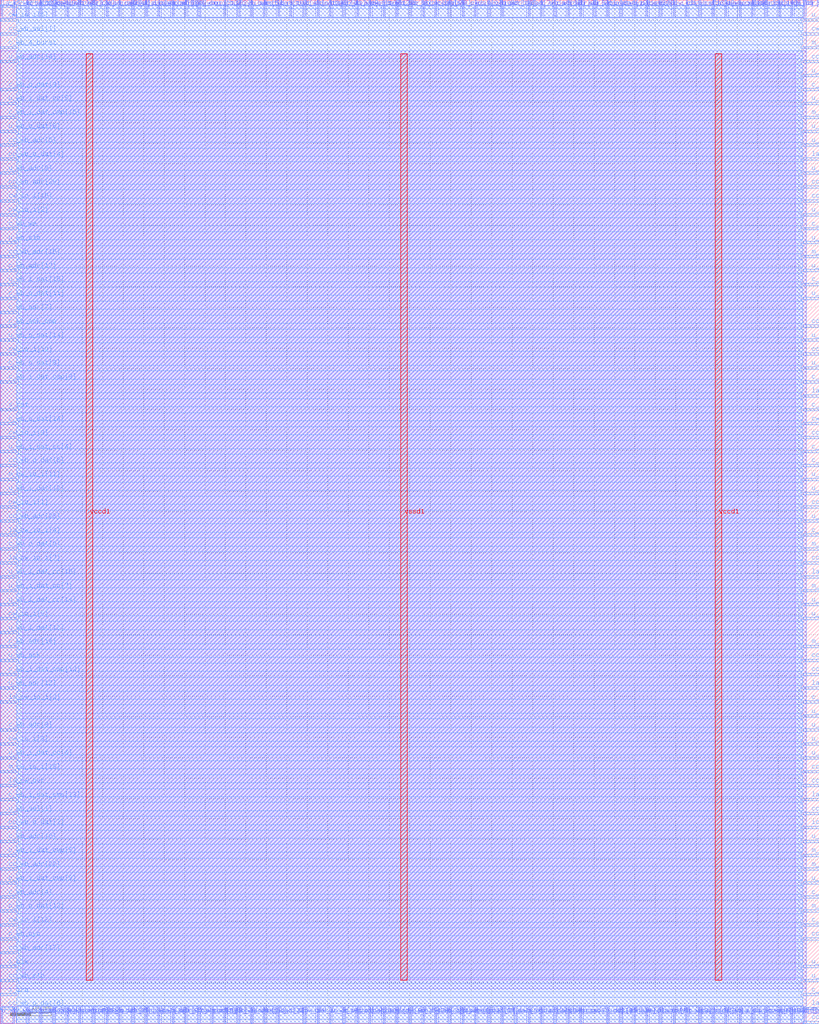
<source format=lef>
VERSION 5.7 ;
  NOWIREEXTENSIONATPIN ON ;
  DIVIDERCHAR "/" ;
  BUSBITCHARS "[]" ;
MACRO top_cw_logic
  CLASS BLOCK ;
  FOREIGN top_cw_logic ;
  ORIGIN 0.000 0.000 ;
  SIZE 200.000 BY 250.000 ;
  PIN c_wb_4_burst
    DIRECTION OUTPUT TRISTATE ;
    USE SIGNAL ;
    PORT
      LAYER met3 ;
        RECT 0.000 238.040 4.000 238.640 ;
    END
  END c_wb_4_burst
  PIN c_wb_8_burst
    DIRECTION OUTPUT TRISTATE ;
    USE SIGNAL ;
    PORT
      LAYER met2 ;
        RECT 193.290 0.000 193.570 4.000 ;
    END
  END c_wb_8_burst
  PIN c_wb_ack_cmp
    DIRECTION INPUT ;
    USE SIGNAL ;
    PORT
      LAYER met3 ;
        RECT 0.000 170.040 4.000 170.640 ;
    END
  END c_wb_ack_cmp
  PIN c_wb_adr[0]
    DIRECTION OUTPUT TRISTATE ;
    USE SIGNAL ;
    PORT
      LAYER met2 ;
        RECT 25.850 0.000 26.130 4.000 ;
    END
  END c_wb_adr[0]
  PIN c_wb_adr[10]
    DIRECTION OUTPUT TRISTATE ;
    USE SIGNAL ;
    PORT
      LAYER met3 ;
        RECT 0.000 44.240 4.000 44.840 ;
    END
  END c_wb_adr[10]
  PIN c_wb_adr[11]
    DIRECTION OUTPUT TRISTATE ;
    USE SIGNAL ;
    PORT
      LAYER met2 ;
        RECT 48.390 0.000 48.670 4.000 ;
    END
  END c_wb_adr[11]
  PIN c_wb_adr[12]
    DIRECTION OUTPUT TRISTATE ;
    USE SIGNAL ;
    PORT
      LAYER met3 ;
        RECT 196.000 136.040 200.000 136.640 ;
    END
  END c_wb_adr[12]
  PIN c_wb_adr[13]
    DIRECTION OUTPUT TRISTATE ;
    USE SIGNAL ;
    PORT
      LAYER met2 ;
        RECT 77.370 246.000 77.650 250.000 ;
    END
  END c_wb_adr[13]
  PIN c_wb_adr[14]
    DIRECTION OUTPUT TRISTATE ;
    USE SIGNAL ;
    PORT
      LAYER met3 ;
        RECT 0.000 91.840 4.000 92.440 ;
    END
  END c_wb_adr[14]
  PIN c_wb_adr[15]
    DIRECTION OUTPUT TRISTATE ;
    USE SIGNAL ;
    PORT
      LAYER met3 ;
        RECT 196.000 78.240 200.000 78.840 ;
    END
  END c_wb_adr[15]
  PIN c_wb_adr[16]
    DIRECTION OUTPUT TRISTATE ;
    USE SIGNAL ;
    PORT
      LAYER met2 ;
        RECT 167.530 0.000 167.810 4.000 ;
    END
  END c_wb_adr[16]
  PIN c_wb_adr[17]
    DIRECTION OUTPUT TRISTATE ;
    USE SIGNAL ;
    PORT
      LAYER met3 ;
        RECT 0.000 183.640 4.000 184.240 ;
    END
  END c_wb_adr[17]
  PIN c_wb_adr[18]
    DIRECTION OUTPUT TRISTATE ;
    USE SIGNAL ;
    PORT
      LAYER met3 ;
        RECT 0.000 248.240 4.000 248.840 ;
    END
  END c_wb_adr[18]
  PIN c_wb_adr[19]
    DIRECTION OUTPUT TRISTATE ;
    USE SIGNAL ;
    PORT
      LAYER met2 ;
        RECT 38.730 246.000 39.010 250.000 ;
    END
  END c_wb_adr[19]
  PIN c_wb_adr[1]
    DIRECTION OUTPUT TRISTATE ;
    USE SIGNAL ;
    PORT
      LAYER met3 ;
        RECT 196.000 180.240 200.000 180.840 ;
    END
  END c_wb_adr[1]
  PIN c_wb_adr[20]
    DIRECTION OUTPUT TRISTATE ;
    USE SIGNAL ;
    PORT
      LAYER met2 ;
        RECT 138.550 246.000 138.830 250.000 ;
    END
  END c_wb_adr[20]
  PIN c_wb_adr[21]
    DIRECTION OUTPUT TRISTATE ;
    USE SIGNAL ;
    PORT
      LAYER met3 ;
        RECT 196.000 149.640 200.000 150.240 ;
    END
  END c_wb_adr[21]
  PIN c_wb_adr[22]
    DIRECTION OUTPUT TRISTATE ;
    USE SIGNAL ;
    PORT
      LAYER met3 ;
        RECT 196.000 139.440 200.000 140.040 ;
    END
  END c_wb_adr[22]
  PIN c_wb_adr[23]
    DIRECTION OUTPUT TRISTATE ;
    USE SIGNAL ;
    PORT
      LAYER met3 ;
        RECT 196.000 30.640 200.000 31.240 ;
    END
  END c_wb_adr[23]
  PIN c_wb_adr[2]
    DIRECTION OUTPUT TRISTATE ;
    USE SIGNAL ;
    PORT
      LAYER met2 ;
        RECT 51.610 0.000 51.890 4.000 ;
    END
  END c_wb_adr[2]
  PIN c_wb_adr[3]
    DIRECTION OUTPUT TRISTATE ;
    USE SIGNAL ;
    PORT
      LAYER met2 ;
        RECT 135.330 246.000 135.610 250.000 ;
    END
  END c_wb_adr[3]
  PIN c_wb_adr[4]
    DIRECTION OUTPUT TRISTATE ;
    USE SIGNAL ;
    PORT
      LAYER met3 ;
        RECT 0.000 30.640 4.000 31.240 ;
    END
  END c_wb_adr[4]
  PIN c_wb_adr[5]
    DIRECTION OUTPUT TRISTATE ;
    USE SIGNAL ;
    PORT
      LAYER met2 ;
        RECT 132.110 246.000 132.390 250.000 ;
    END
  END c_wb_adr[5]
  PIN c_wb_adr[6]
    DIRECTION OUTPUT TRISTATE ;
    USE SIGNAL ;
    PORT
      LAYER met2 ;
        RECT 151.430 0.000 151.710 4.000 ;
    END
  END c_wb_adr[6]
  PIN c_wb_adr[7]
    DIRECTION OUTPUT TRISTATE ;
    USE SIGNAL ;
    PORT
      LAYER met3 ;
        RECT 0.000 173.440 4.000 174.040 ;
    END
  END c_wb_adr[7]
  PIN c_wb_adr[8]
    DIRECTION OUTPUT TRISTATE ;
    USE SIGNAL ;
    PORT
      LAYER met3 ;
        RECT 0.000 71.440 4.000 72.040 ;
    END
  END c_wb_adr[8]
  PIN c_wb_adr[9]
    DIRECTION OUTPUT TRISTATE ;
    USE SIGNAL ;
    PORT
      LAYER met3 ;
        RECT 196.000 119.040 200.000 119.640 ;
    END
  END c_wb_adr[9]
  PIN c_wb_cyc
    DIRECTION OUTPUT TRISTATE ;
    USE SIGNAL ;
    PORT
      LAYER met3 ;
        RECT 0.000 20.440 4.000 21.040 ;
    END
  END c_wb_cyc
  PIN c_wb_err_cmp
    DIRECTION INPUT ;
    USE SIGNAL ;
    PORT
      LAYER met2 ;
        RECT 41.950 246.000 42.230 250.000 ;
    END
  END c_wb_err_cmp
  PIN c_wb_i_dat_cmp[0]
    DIRECTION INPUT ;
    USE SIGNAL ;
    PORT
      LAYER met2 ;
        RECT 87.030 0.000 87.310 4.000 ;
    END
  END c_wb_i_dat_cmp[0]
  PIN c_wb_i_dat_cmp[10]
    DIRECTION INPUT ;
    USE SIGNAL ;
    PORT
      LAYER met2 ;
        RECT 177.190 246.000 177.470 250.000 ;
    END
  END c_wb_i_dat_cmp[10]
  PIN c_wb_i_dat_cmp[11]
    DIRECTION INPUT ;
    USE SIGNAL ;
    PORT
      LAYER met3 ;
        RECT 196.000 227.840 200.000 228.440 ;
    END
  END c_wb_i_dat_cmp[11]
  PIN c_wb_i_dat_cmp[12]
    DIRECTION INPUT ;
    USE SIGNAL ;
    PORT
      LAYER met3 ;
        RECT 0.000 85.040 4.000 85.640 ;
    END
  END c_wb_i_dat_cmp[12]
  PIN c_wb_i_dat_cmp[13]
    DIRECTION INPUT ;
    USE SIGNAL ;
    PORT
      LAYER met3 ;
        RECT 0.000 54.440 4.000 55.040 ;
    END
  END c_wb_i_dat_cmp[13]
  PIN c_wb_i_dat_cmp[14]
    DIRECTION INPUT ;
    USE SIGNAL ;
    PORT
      LAYER met2 ;
        RECT 32.290 246.000 32.570 250.000 ;
    END
  END c_wb_i_dat_cmp[14]
  PIN c_wb_i_dat_cmp[15]
    DIRECTION INPUT ;
    USE SIGNAL ;
    PORT
      LAYER met3 ;
        RECT 0.000 221.040 4.000 221.640 ;
    END
  END c_wb_i_dat_cmp[15]
  PIN c_wb_i_dat_cmp[1]
    DIRECTION INPUT ;
    USE SIGNAL ;
    PORT
      LAYER met2 ;
        RECT 106.350 0.000 106.630 4.000 ;
    END
  END c_wb_i_dat_cmp[1]
  PIN c_wb_i_dat_cmp[2]
    DIRECTION INPUT ;
    USE SIGNAL ;
    PORT
      LAYER met3 ;
        RECT 196.000 156.440 200.000 157.040 ;
    END
  END c_wb_i_dat_cmp[2]
  PIN c_wb_i_dat_cmp[3]
    DIRECTION INPUT ;
    USE SIGNAL ;
    PORT
      LAYER met2 ;
        RECT 177.190 0.000 177.470 4.000 ;
    END
  END c_wb_i_dat_cmp[3]
  PIN c_wb_i_dat_cmp[4]
    DIRECTION INPUT ;
    USE SIGNAL ;
    PORT
      LAYER met2 ;
        RECT 19.410 246.000 19.690 250.000 ;
    END
  END c_wb_i_dat_cmp[4]
  PIN c_wb_i_dat_cmp[5]
    DIRECTION INPUT ;
    USE SIGNAL ;
    PORT
      LAYER met3 ;
        RECT 0.000 40.840 4.000 41.440 ;
    END
  END c_wb_i_dat_cmp[5]
  PIN c_wb_i_dat_cmp[6]
    DIRECTION INPUT ;
    USE SIGNAL ;
    PORT
      LAYER met2 ;
        RECT 9.750 0.000 10.030 4.000 ;
    END
  END c_wb_i_dat_cmp[6]
  PIN c_wb_i_dat_cmp[7]
    DIRECTION INPUT ;
    USE SIGNAL ;
    PORT
      LAYER met2 ;
        RECT 132.110 0.000 132.390 4.000 ;
    END
  END c_wb_i_dat_cmp[7]
  PIN c_wb_i_dat_cmp[8]
    DIRECTION INPUT ;
    USE SIGNAL ;
    PORT
      LAYER met3 ;
        RECT 0.000 156.440 4.000 157.040 ;
    END
  END c_wb_i_dat_cmp[8]
  PIN c_wb_i_dat_cmp[9]
    DIRECTION INPUT ;
    USE SIGNAL ;
    PORT
      LAYER met3 ;
        RECT 0.000 34.040 4.000 34.640 ;
    END
  END c_wb_i_dat_cmp[9]
  PIN c_wb_o_dat[0]
    DIRECTION OUTPUT TRISTATE ;
    USE SIGNAL ;
    PORT
      LAYER met3 ;
        RECT 0.000 115.640 4.000 116.240 ;
    END
  END c_wb_o_dat[0]
  PIN c_wb_o_dat[10]
    DIRECTION OUTPUT TRISTATE ;
    USE SIGNAL ;
    PORT
      LAYER met2 ;
        RECT 83.810 0.000 84.090 4.000 ;
    END
  END c_wb_o_dat[10]
  PIN c_wb_o_dat[11]
    DIRECTION OUTPUT TRISTATE ;
    USE SIGNAL ;
    PORT
      LAYER met3 ;
        RECT 0.000 176.840 4.000 177.440 ;
    END
  END c_wb_o_dat[11]
  PIN c_wb_o_dat[12]
    DIRECTION OUTPUT TRISTATE ;
    USE SIGNAL ;
    PORT
      LAYER met2 ;
        RECT 87.030 246.000 87.310 250.000 ;
    END
  END c_wb_o_dat[12]
  PIN c_wb_o_dat[13]
    DIRECTION OUTPUT TRISTATE ;
    USE SIGNAL ;
    PORT
      LAYER met3 ;
        RECT 0.000 27.240 4.000 27.840 ;
    END
  END c_wb_o_dat[13]
  PIN c_wb_o_dat[14]
    DIRECTION OUTPUT TRISTATE ;
    USE SIGNAL ;
    PORT
      LAYER met3 ;
        RECT 0.000 146.240 4.000 146.840 ;
    END
  END c_wb_o_dat[14]
  PIN c_wb_o_dat[15]
    DIRECTION OUTPUT TRISTATE ;
    USE SIGNAL ;
    PORT
      LAYER met3 ;
        RECT 196.000 23.840 200.000 24.440 ;
    END
  END c_wb_o_dat[15]
  PIN c_wb_o_dat[1]
    DIRECTION OUTPUT TRISTATE ;
    USE SIGNAL ;
    PORT
      LAYER met2 ;
        RECT 151.430 246.000 151.710 250.000 ;
    END
  END c_wb_o_dat[1]
  PIN c_wb_o_dat[2]
    DIRECTION OUTPUT TRISTATE ;
    USE SIGNAL ;
    PORT
      LAYER met2 ;
        RECT 186.850 0.000 187.130 4.000 ;
    END
  END c_wb_o_dat[2]
  PIN c_wb_o_dat[3]
    DIRECTION OUTPUT TRISTATE ;
    USE SIGNAL ;
    PORT
      LAYER met2 ;
        RECT 48.390 246.000 48.670 250.000 ;
    END
  END c_wb_o_dat[3]
  PIN c_wb_o_dat[4]
    DIRECTION OUTPUT TRISTATE ;
    USE SIGNAL ;
    PORT
      LAYER met2 ;
        RECT 3.310 246.000 3.590 250.000 ;
    END
  END c_wb_o_dat[4]
  PIN c_wb_o_dat[5]
    DIRECTION OUTPUT TRISTATE ;
    USE SIGNAL ;
    PORT
      LAYER met3 ;
        RECT 196.000 6.840 200.000 7.440 ;
    END
  END c_wb_o_dat[5]
  PIN c_wb_o_dat[6]
    DIRECTION OUTPUT TRISTATE ;
    USE SIGNAL ;
    PORT
      LAYER met2 ;
        RECT 119.230 0.000 119.510 4.000 ;
    END
  END c_wb_o_dat[6]
  PIN c_wb_o_dat[7]
    DIRECTION OUTPUT TRISTATE ;
    USE SIGNAL ;
    PORT
      LAYER met2 ;
        RECT 74.150 246.000 74.430 250.000 ;
    END
  END c_wb_o_dat[7]
  PIN c_wb_o_dat[8]
    DIRECTION OUTPUT TRISTATE ;
    USE SIGNAL ;
    PORT
      LAYER met3 ;
        RECT 0.000 159.840 4.000 160.440 ;
    END
  END c_wb_o_dat[8]
  PIN c_wb_o_dat[9]
    DIRECTION OUTPUT TRISTATE ;
    USE SIGNAL ;
    PORT
      LAYER met3 ;
        RECT 0.000 227.840 4.000 228.440 ;
    END
  END c_wb_o_dat[9]
  PIN c_wb_sel[0]
    DIRECTION OUTPUT TRISTATE ;
    USE SIGNAL ;
    PORT
      LAYER met2 ;
        RECT 154.650 246.000 154.930 250.000 ;
    END
  END c_wb_sel[0]
  PIN c_wb_sel[1]
    DIRECTION OUTPUT TRISTATE ;
    USE SIGNAL ;
    PORT
      LAYER met2 ;
        RECT 90.250 0.000 90.530 4.000 ;
    END
  END c_wb_sel[1]
  PIN c_wb_stb
    DIRECTION OUTPUT TRISTATE ;
    USE SIGNAL ;
    PORT
      LAYER met3 ;
        RECT 196.000 193.840 200.000 194.440 ;
    END
  END c_wb_stb
  PIN c_wb_we
    DIRECTION OUTPUT TRISTATE ;
    USE SIGNAL ;
    PORT
      LAYER met3 ;
        RECT 0.000 193.840 4.000 194.440 ;
    END
  END c_wb_we
  PIN cc_wb_4_burst
    DIRECTION INPUT ;
    USE SIGNAL ;
    PORT
      LAYER met3 ;
        RECT 196.000 112.240 200.000 112.840 ;
    END
  END cc_wb_4_burst
  PIN cc_wb_8_burst
    DIRECTION INPUT ;
    USE SIGNAL ;
    PORT
      LAYER met2 ;
        RECT 54.830 246.000 55.110 250.000 ;
    END
  END cc_wb_8_burst
  PIN cc_wb_adr[0]
    DIRECTION INPUT ;
    USE SIGNAL ;
    PORT
      LAYER met2 ;
        RECT 190.070 246.000 190.350 250.000 ;
    END
  END cc_wb_adr[0]
  PIN cc_wb_adr[10]
    DIRECTION INPUT ;
    USE SIGNAL ;
    PORT
      LAYER met2 ;
        RECT 9.750 246.000 10.030 250.000 ;
    END
  END cc_wb_adr[10]
  PIN cc_wb_adr[11]
    DIRECTION INPUT ;
    USE SIGNAL ;
    PORT
      LAYER met3 ;
        RECT 196.000 142.840 200.000 143.440 ;
    END
  END cc_wb_adr[11]
  PIN cc_wb_adr[12]
    DIRECTION INPUT ;
    USE SIGNAL ;
    PORT
      LAYER met2 ;
        RECT 70.930 246.000 71.210 250.000 ;
    END
  END cc_wb_adr[12]
  PIN cc_wb_adr[13]
    DIRECTION INPUT ;
    USE SIGNAL ;
    PORT
      LAYER met3 ;
        RECT 196.000 61.240 200.000 61.840 ;
    END
  END cc_wb_adr[13]
  PIN cc_wb_adr[14]
    DIRECTION INPUT ;
    USE SIGNAL ;
    PORT
      LAYER met2 ;
        RECT 54.830 0.000 55.110 4.000 ;
    END
  END cc_wb_adr[14]
  PIN cc_wb_adr[15]
    DIRECTION INPUT ;
    USE SIGNAL ;
    PORT
      LAYER met3 ;
        RECT 0.000 187.040 4.000 187.640 ;
    END
  END cc_wb_adr[15]
  PIN cc_wb_adr[16]
    DIRECTION INPUT ;
    USE SIGNAL ;
    PORT
      LAYER met3 ;
        RECT 196.000 88.440 200.000 89.040 ;
    END
  END cc_wb_adr[16]
  PIN cc_wb_adr[17]
    DIRECTION INPUT ;
    USE SIGNAL ;
    PORT
      LAYER met3 ;
        RECT 0.000 17.040 4.000 17.640 ;
    END
  END cc_wb_adr[17]
  PIN cc_wb_adr[18]
    DIRECTION INPUT ;
    USE SIGNAL ;
    PORT
      LAYER met3 ;
        RECT 196.000 20.440 200.000 21.040 ;
    END
  END cc_wb_adr[18]
  PIN cc_wb_adr[19]
    DIRECTION INPUT ;
    USE SIGNAL ;
    PORT
      LAYER met2 ;
        RECT 183.630 0.000 183.910 4.000 ;
    END
  END cc_wb_adr[19]
  PIN cc_wb_adr[1]
    DIRECTION INPUT ;
    USE SIGNAL ;
    PORT
      LAYER met3 ;
        RECT 196.000 57.840 200.000 58.440 ;
    END
  END cc_wb_adr[1]
  PIN cc_wb_adr[20]
    DIRECTION INPUT ;
    USE SIGNAL ;
    PORT
      LAYER met3 ;
        RECT 0.000 204.040 4.000 204.640 ;
    END
  END cc_wb_adr[20]
  PIN cc_wb_adr[21]
    DIRECTION INPUT ;
    USE SIGNAL ;
    PORT
      LAYER met3 ;
        RECT 196.000 125.840 200.000 126.440 ;
    END
  END cc_wb_adr[21]
  PIN cc_wb_adr[22]
    DIRECTION INPUT ;
    USE SIGNAL ;
    PORT
      LAYER met3 ;
        RECT 0.000 37.440 4.000 38.040 ;
    END
  END cc_wb_adr[22]
  PIN cc_wb_adr[23]
    DIRECTION INPUT ;
    USE SIGNAL ;
    PORT
      LAYER met3 ;
        RECT 0.000 122.440 4.000 123.040 ;
    END
  END cc_wb_adr[23]
  PIN cc_wb_adr[2]
    DIRECTION INPUT ;
    USE SIGNAL ;
    PORT
      LAYER met3 ;
        RECT 196.000 51.040 200.000 51.640 ;
    END
  END cc_wb_adr[2]
  PIN cc_wb_adr[3]
    DIRECTION INPUT ;
    USE SIGNAL ;
    PORT
      LAYER met3 ;
        RECT 196.000 204.040 200.000 204.640 ;
    END
  END cc_wb_adr[3]
  PIN cc_wb_adr[4]
    DIRECTION INPUT ;
    USE SIGNAL ;
    PORT
      LAYER met2 ;
        RECT 167.530 246.000 167.810 250.000 ;
    END
  END cc_wb_adr[4]
  PIN cc_wb_adr[5]
    DIRECTION INPUT ;
    USE SIGNAL ;
    PORT
      LAYER met3 ;
        RECT 0.000 214.240 4.000 214.840 ;
    END
  END cc_wb_adr[5]
  PIN cc_wb_adr[6]
    DIRECTION INPUT ;
    USE SIGNAL ;
    PORT
      LAYER met3 ;
        RECT 196.000 163.240 200.000 163.840 ;
    END
  END cc_wb_adr[6]
  PIN cc_wb_adr[7]
    DIRECTION INPUT ;
    USE SIGNAL ;
    PORT
      LAYER met2 ;
        RECT 196.510 0.000 196.790 4.000 ;
    END
  END cc_wb_adr[7]
  PIN cc_wb_adr[8]
    DIRECTION INPUT ;
    USE SIGNAL ;
    PORT
      LAYER met2 ;
        RECT 93.470 246.000 93.750 250.000 ;
    END
  END cc_wb_adr[8]
  PIN cc_wb_adr[9]
    DIRECTION INPUT ;
    USE SIGNAL ;
    PORT
      LAYER met3 ;
        RECT 196.000 0.040 200.000 0.640 ;
    END
  END cc_wb_adr[9]
  PIN cc_wb_cyc
    DIRECTION INPUT ;
    USE SIGNAL ;
    PORT
      LAYER met2 ;
        RECT 148.210 246.000 148.490 250.000 ;
    END
  END cc_wb_cyc
  PIN cc_wb_o_dat[0]
    DIRECTION INPUT ;
    USE SIGNAL ;
    PORT
      LAYER met3 ;
        RECT 196.000 200.640 200.000 201.240 ;
    END
  END cc_wb_o_dat[0]
  PIN cc_wb_o_dat[10]
    DIRECTION INPUT ;
    USE SIGNAL ;
    PORT
      LAYER met2 ;
        RECT 96.690 246.000 96.970 250.000 ;
    END
  END cc_wb_o_dat[10]
  PIN cc_wb_o_dat[11]
    DIRECTION INPUT ;
    USE SIGNAL ;
    PORT
      LAYER met2 ;
        RECT 29.070 246.000 29.350 250.000 ;
    END
  END cc_wb_o_dat[11]
  PIN cc_wb_o_dat[12]
    DIRECTION INPUT ;
    USE SIGNAL ;
    PORT
      LAYER met2 ;
        RECT 64.490 246.000 64.770 250.000 ;
    END
  END cc_wb_o_dat[12]
  PIN cc_wb_o_dat[13]
    DIRECTION INPUT ;
    USE SIGNAL ;
    PORT
      LAYER met2 ;
        RECT 141.770 0.000 142.050 4.000 ;
    END
  END cc_wb_o_dat[13]
  PIN cc_wb_o_dat[14]
    DIRECTION INPUT ;
    USE SIGNAL ;
    PORT
      LAYER met2 ;
        RECT 116.010 246.000 116.290 250.000 ;
    END
  END cc_wb_o_dat[14]
  PIN cc_wb_o_dat[15]
    DIRECTION INPUT ;
    USE SIGNAL ;
    PORT
      LAYER met3 ;
        RECT 196.000 85.040 200.000 85.640 ;
    END
  END cc_wb_o_dat[15]
  PIN cc_wb_o_dat[1]
    DIRECTION INPUT ;
    USE SIGNAL ;
    PORT
      LAYER met3 ;
        RECT 196.000 170.040 200.000 170.640 ;
    END
  END cc_wb_o_dat[1]
  PIN cc_wb_o_dat[2]
    DIRECTION INPUT ;
    USE SIGNAL ;
    PORT
      LAYER met3 ;
        RECT 0.000 47.640 4.000 48.240 ;
    END
  END cc_wb_o_dat[2]
  PIN cc_wb_o_dat[3]
    DIRECTION INPUT ;
    USE SIGNAL ;
    PORT
      LAYER met2 ;
        RECT 35.510 0.000 35.790 4.000 ;
    END
  END cc_wb_o_dat[3]
  PIN cc_wb_o_dat[4]
    DIRECTION INPUT ;
    USE SIGNAL ;
    PORT
      LAYER met3 ;
        RECT 0.000 210.840 4.000 211.440 ;
    END
  END cc_wb_o_dat[4]
  PIN cc_wb_o_dat[5]
    DIRECTION INPUT ;
    USE SIGNAL ;
    PORT
      LAYER met3 ;
        RECT 196.000 234.640 200.000 235.240 ;
    END
  END cc_wb_o_dat[5]
  PIN cc_wb_o_dat[6]
    DIRECTION INPUT ;
    USE SIGNAL ;
    PORT
      LAYER met3 ;
        RECT 0.000 3.440 4.000 4.040 ;
    END
  END cc_wb_o_dat[6]
  PIN cc_wb_o_dat[7]
    DIRECTION INPUT ;
    USE SIGNAL ;
    PORT
      LAYER met2 ;
        RECT 22.630 0.000 22.910 4.000 ;
    END
  END cc_wb_o_dat[7]
  PIN cc_wb_o_dat[8]
    DIRECTION INPUT ;
    USE SIGNAL ;
    PORT
      LAYER met3 ;
        RECT 0.000 136.040 4.000 136.640 ;
    END
  END cc_wb_o_dat[8]
  PIN cc_wb_o_dat[9]
    DIRECTION INPUT ;
    USE SIGNAL ;
    PORT
      LAYER met2 ;
        RECT 99.910 246.000 100.190 250.000 ;
    END
  END cc_wb_o_dat[9]
  PIN cc_wb_sel[0]
    DIRECTION INPUT ;
    USE SIGNAL ;
    PORT
      LAYER met2 ;
        RECT 80.590 246.000 80.870 250.000 ;
    END
  END cc_wb_sel[0]
  PIN cc_wb_sel[1]
    DIRECTION INPUT ;
    USE SIGNAL ;
    PORT
      LAYER met3 ;
        RECT 0.000 241.440 4.000 242.040 ;
    END
  END cc_wb_sel[1]
  PIN cc_wb_stb
    DIRECTION INPUT ;
    USE SIGNAL ;
    PORT
      LAYER met3 ;
        RECT 0.000 10.240 4.000 10.840 ;
    END
  END cc_wb_stb
  PIN cc_wb_we
    DIRECTION INPUT ;
    USE SIGNAL ;
    PORT
      LAYER met2 ;
        RECT 196.510 246.000 196.790 250.000 ;
    END
  END cc_wb_we
  PIN cw_ack
    DIRECTION INPUT ;
    USE SIGNAL ;
    PORT
      LAYER met2 ;
        RECT 74.150 0.000 74.430 4.000 ;
    END
  END cw_ack
  PIN cw_clk
    DIRECTION INPUT ;
    USE SIGNAL ;
    PORT
      LAYER met2 ;
        RECT 164.310 246.000 164.590 250.000 ;
    END
  END cw_clk
  PIN cw_err
    DIRECTION INPUT ;
    USE SIGNAL ;
    PORT
      LAYER met2 ;
        RECT 106.350 246.000 106.630 250.000 ;
    END
  END cw_err
  PIN cw_io_i[0]
    DIRECTION INPUT ;
    USE SIGNAL ;
    PORT
      LAYER met3 ;
        RECT 0.000 98.640 4.000 99.240 ;
    END
  END cw_io_i[0]
  PIN cw_io_i[10]
    DIRECTION INPUT ;
    USE SIGNAL ;
    PORT
      LAYER met3 ;
        RECT 0.000 163.240 4.000 163.840 ;
    END
  END cw_io_i[10]
  PIN cw_io_i[11]
    DIRECTION INPUT ;
    USE SIGNAL ;
    PORT
      LAYER met2 ;
        RECT 77.370 0.000 77.650 4.000 ;
    END
  END cw_io_i[11]
  PIN cw_io_i[12]
    DIRECTION INPUT ;
    USE SIGNAL ;
    PORT
      LAYER met3 ;
        RECT 0.000 23.840 4.000 24.440 ;
    END
  END cw_io_i[12]
  PIN cw_io_i[13]
    DIRECTION INPUT ;
    USE SIGNAL ;
    PORT
      LAYER met2 ;
        RECT 90.250 246.000 90.530 250.000 ;
    END
  END cw_io_i[13]
  PIN cw_io_i[14]
    DIRECTION INPUT ;
    USE SIGNAL ;
    PORT
      LAYER met2 ;
        RECT 170.750 0.000 171.030 4.000 ;
    END
  END cw_io_i[14]
  PIN cw_io_i[15]
    DIRECTION INPUT ;
    USE SIGNAL ;
    PORT
      LAYER met3 ;
        RECT 0.000 200.640 4.000 201.240 ;
    END
  END cw_io_i[15]
  PIN cw_io_i[1]
    DIRECTION INPUT ;
    USE SIGNAL ;
    PORT
      LAYER met3 ;
        RECT 0.000 125.840 4.000 126.440 ;
    END
  END cw_io_i[1]
  PIN cw_io_i[2]
    DIRECTION INPUT ;
    USE SIGNAL ;
    PORT
      LAYER met3 ;
        RECT 0.000 197.240 4.000 197.840 ;
    END
  END cw_io_i[2]
  PIN cw_io_i[3]
    DIRECTION INPUT ;
    USE SIGNAL ;
    PORT
      LAYER met2 ;
        RECT 64.490 0.000 64.770 4.000 ;
    END
  END cw_io_i[3]
  PIN cw_io_i[4]
    DIRECTION INPUT ;
    USE SIGNAL ;
    PORT
      LAYER met3 ;
        RECT 196.000 146.240 200.000 146.840 ;
    END
  END cw_io_i[4]
  PIN cw_io_i[5]
    DIRECTION INPUT ;
    USE SIGNAL ;
    PORT
      LAYER met2 ;
        RECT 193.290 246.000 193.570 250.000 ;
    END
  END cw_io_i[5]
  PIN cw_io_i[6]
    DIRECTION INPUT ;
    USE SIGNAL ;
    PORT
      LAYER met3 ;
        RECT 0.000 244.840 4.000 245.440 ;
    END
  END cw_io_i[6]
  PIN cw_io_i[7]
    DIRECTION INPUT ;
    USE SIGNAL ;
    PORT
      LAYER met2 ;
        RECT 116.010 0.000 116.290 4.000 ;
    END
  END cw_io_i[7]
  PIN cw_io_i[8]
    DIRECTION INPUT ;
    USE SIGNAL ;
    PORT
      LAYER met3 ;
        RECT 0.000 68.040 4.000 68.640 ;
    END
  END cw_io_i[8]
  PIN cw_io_i[9]
    DIRECTION INPUT ;
    USE SIGNAL ;
    PORT
      LAYER met3 ;
        RECT 0.000 142.840 4.000 143.440 ;
    END
  END cw_io_i[9]
  PIN cw_rst
    DIRECTION OUTPUT TRISTATE ;
    USE SIGNAL ;
    PORT
      LAYER met2 ;
        RECT 157.870 246.000 158.150 250.000 ;
    END
  END cw_rst
  PIN cw_rst_z
    DIRECTION OUTPUT TRISTATE ;
    USE SIGNAL ;
    PORT
      LAYER met3 ;
        RECT 196.000 241.440 200.000 242.040 ;
    END
  END cw_rst_z
  PIN i_clk
    DIRECTION INPUT ;
    USE SIGNAL ;
    PORT
      LAYER met3 ;
        RECT 0.000 13.640 4.000 14.240 ;
    END
  END i_clk
  PIN i_irq
    DIRECTION INPUT ;
    USE SIGNAL ;
    PORT
      LAYER met3 ;
        RECT 0.000 6.840 4.000 7.440 ;
    END
  END i_irq
  PIN i_rst
    DIRECTION INPUT ;
    USE SIGNAL ;
    PORT
      LAYER met2 ;
        RECT 67.710 246.000 67.990 250.000 ;
    END
  END i_rst
  PIN ic_split_clock
    DIRECTION INPUT ;
    USE SIGNAL ;
    PORT
      LAYER met3 ;
        RECT 196.000 47.640 200.000 48.240 ;
    END
  END ic_split_clock
  PIN irq_s
    DIRECTION OUTPUT TRISTATE ;
    USE SIGNAL ;
    PORT
      LAYER met2 ;
        RECT 122.450 0.000 122.730 4.000 ;
    END
  END irq_s
  PIN la_cw_ack
    DIRECTION INPUT ;
    USE SIGNAL ;
    PORT
      LAYER met3 ;
        RECT 196.000 153.040 200.000 153.640 ;
    END
  END la_cw_ack
  PIN la_cw_io_i[0]
    DIRECTION INPUT ;
    USE SIGNAL ;
    PORT
      LAYER met2 ;
        RECT 180.410 0.000 180.690 4.000 ;
    END
  END la_cw_io_i[0]
  PIN la_cw_io_i[10]
    DIRECTION INPUT ;
    USE SIGNAL ;
    PORT
      LAYER met3 ;
        RECT 196.000 210.840 200.000 211.440 ;
    END
  END la_cw_io_i[10]
  PIN la_cw_io_i[11]
    DIRECTION INPUT ;
    USE SIGNAL ;
    PORT
      LAYER met2 ;
        RECT 154.650 0.000 154.930 4.000 ;
    END
  END la_cw_io_i[11]
  PIN la_cw_io_i[12]
    DIRECTION INPUT ;
    USE SIGNAL ;
    PORT
      LAYER met2 ;
        RECT 0.090 246.000 0.370 250.000 ;
    END
  END la_cw_io_i[12]
  PIN la_cw_io_i[13]
    DIRECTION INPUT ;
    USE SIGNAL ;
    PORT
      LAYER met2 ;
        RECT 45.170 246.000 45.450 250.000 ;
    END
  END la_cw_io_i[13]
  PIN la_cw_io_i[14]
    DIRECTION INPUT ;
    USE SIGNAL ;
    PORT
      LAYER met3 ;
        RECT 196.000 54.440 200.000 55.040 ;
    END
  END la_cw_io_i[14]
  PIN la_cw_io_i[15]
    DIRECTION INPUT ;
    USE SIGNAL ;
    PORT
      LAYER met2 ;
        RECT 93.470 0.000 93.750 4.000 ;
    END
  END la_cw_io_i[15]
  PIN la_cw_io_i[1]
    DIRECTION INPUT ;
    USE SIGNAL ;
    PORT
      LAYER met3 ;
        RECT 196.000 81.640 200.000 82.240 ;
    END
  END la_cw_io_i[1]
  PIN la_cw_io_i[2]
    DIRECTION INPUT ;
    USE SIGNAL ;
    PORT
      LAYER met3 ;
        RECT 0.000 78.240 4.000 78.840 ;
    END
  END la_cw_io_i[2]
  PIN la_cw_io_i[3]
    DIRECTION INPUT ;
    USE SIGNAL ;
    PORT
      LAYER met2 ;
        RECT 161.090 0.000 161.370 4.000 ;
    END
  END la_cw_io_i[3]
  PIN la_cw_io_i[4]
    DIRECTION INPUT ;
    USE SIGNAL ;
    PORT
      LAYER met3 ;
        RECT 0.000 119.040 4.000 119.640 ;
    END
  END la_cw_io_i[4]
  PIN la_cw_io_i[5]
    DIRECTION INPUT ;
    USE SIGNAL ;
    PORT
      LAYER met2 ;
        RECT 35.510 246.000 35.790 250.000 ;
    END
  END la_cw_io_i[5]
  PIN la_cw_io_i[6]
    DIRECTION INPUT ;
    USE SIGNAL ;
    PORT
      LAYER met3 ;
        RECT 196.000 108.840 200.000 109.440 ;
    END
  END la_cw_io_i[6]
  PIN la_cw_io_i[7]
    DIRECTION INPUT ;
    USE SIGNAL ;
    PORT
      LAYER met3 ;
        RECT 0.000 112.240 4.000 112.840 ;
    END
  END la_cw_io_i[7]
  PIN la_cw_io_i[8]
    DIRECTION INPUT ;
    USE SIGNAL ;
    PORT
      LAYER met2 ;
        RECT 173.970 246.000 174.250 250.000 ;
    END
  END la_cw_io_i[8]
  PIN la_cw_io_i[9]
    DIRECTION INPUT ;
    USE SIGNAL ;
    PORT
      LAYER met3 ;
        RECT 196.000 3.440 200.000 4.040 ;
    END
  END la_cw_io_i[9]
  PIN la_cw_ovr
    DIRECTION INPUT ;
    USE SIGNAL ;
    PORT
      LAYER met3 ;
        RECT 0.000 57.840 4.000 58.440 ;
    END
  END la_cw_ovr
  PIN m_cw_ack
    DIRECTION OUTPUT TRISTATE ;
    USE SIGNAL ;
    PORT
      LAYER met3 ;
        RECT 196.000 37.440 200.000 38.040 ;
    END
  END m_cw_ack
  PIN m_cw_err
    DIRECTION OUTPUT TRISTATE ;
    USE SIGNAL ;
    PORT
      LAYER met3 ;
        RECT 196.000 221.040 200.000 221.640 ;
    END
  END m_cw_err
  PIN m_cw_io_i[0]
    DIRECTION OUTPUT TRISTATE ;
    USE SIGNAL ;
    PORT
      LAYER met2 ;
        RECT 186.850 246.000 187.130 250.000 ;
    END
  END m_cw_io_i[0]
  PIN m_cw_io_i[10]
    DIRECTION OUTPUT TRISTATE ;
    USE SIGNAL ;
    PORT
      LAYER met2 ;
        RECT 112.790 246.000 113.070 250.000 ;
    END
  END m_cw_io_i[10]
  PIN m_cw_io_i[11]
    DIRECTION OUTPUT TRISTATE ;
    USE SIGNAL ;
    PORT
      LAYER met3 ;
        RECT 0.000 132.640 4.000 133.240 ;
    END
  END m_cw_io_i[11]
  PIN m_cw_io_i[12]
    DIRECTION OUTPUT TRISTATE ;
    USE SIGNAL ;
    PORT
      LAYER met2 ;
        RECT 96.690 0.000 96.970 4.000 ;
    END
  END m_cw_io_i[12]
  PIN m_cw_io_i[13]
    DIRECTION OUTPUT TRISTATE ;
    USE SIGNAL ;
    PORT
      LAYER met3 ;
        RECT 196.000 115.640 200.000 116.240 ;
    END
  END m_cw_io_i[13]
  PIN m_cw_io_i[14]
    DIRECTION OUTPUT TRISTATE ;
    USE SIGNAL ;
    PORT
      LAYER met3 ;
        RECT 196.000 105.440 200.000 106.040 ;
    END
  END m_cw_io_i[14]
  PIN m_cw_io_i[15]
    DIRECTION OUTPUT TRISTATE ;
    USE SIGNAL ;
    PORT
      LAYER met3 ;
        RECT 0.000 61.240 4.000 61.840 ;
    END
  END m_cw_io_i[15]
  PIN m_cw_io_i[1]
    DIRECTION OUTPUT TRISTATE ;
    USE SIGNAL ;
    PORT
      LAYER met3 ;
        RECT 196.000 91.840 200.000 92.440 ;
    END
  END m_cw_io_i[1]
  PIN m_cw_io_i[2]
    DIRECTION OUTPUT TRISTATE ;
    USE SIGNAL ;
    PORT
      LAYER met3 ;
        RECT 196.000 40.840 200.000 41.440 ;
    END
  END m_cw_io_i[2]
  PIN m_cw_io_i[3]
    DIRECTION OUTPUT TRISTATE ;
    USE SIGNAL ;
    PORT
      LAYER met2 ;
        RECT 173.970 0.000 174.250 4.000 ;
    END
  END m_cw_io_i[3]
  PIN m_cw_io_i[4]
    DIRECTION OUTPUT TRISTATE ;
    USE SIGNAL ;
    PORT
      LAYER met3 ;
        RECT 196.000 238.040 200.000 238.640 ;
    END
  END m_cw_io_i[4]
  PIN m_cw_io_i[5]
    DIRECTION OUTPUT TRISTATE ;
    USE SIGNAL ;
    PORT
      LAYER met3 ;
        RECT 196.000 187.040 200.000 187.640 ;
    END
  END m_cw_io_i[5]
  PIN m_cw_io_i[6]
    DIRECTION OUTPUT TRISTATE ;
    USE SIGNAL ;
    PORT
      LAYER met2 ;
        RECT 103.130 0.000 103.410 4.000 ;
    END
  END m_cw_io_i[6]
  PIN m_cw_io_i[7]
    DIRECTION OUTPUT TRISTATE ;
    USE SIGNAL ;
    PORT
      LAYER met2 ;
        RECT 22.630 246.000 22.910 250.000 ;
    END
  END m_cw_io_i[7]
  PIN m_cw_io_i[8]
    DIRECTION OUTPUT TRISTATE ;
    USE SIGNAL ;
    PORT
      LAYER met3 ;
        RECT 196.000 27.240 200.000 27.840 ;
    END
  END m_cw_io_i[8]
  PIN m_cw_io_i[9]
    DIRECTION OUTPUT TRISTATE ;
    USE SIGNAL ;
    PORT
      LAYER met2 ;
        RECT 103.130 246.000 103.410 250.000 ;
    END
  END m_cw_io_i[9]
  PIN s_rst
    DIRECTION OUTPUT TRISTATE ;
    USE SIGNAL ;
    PORT
      LAYER met3 ;
        RECT 0.000 149.640 4.000 150.240 ;
    END
  END s_rst
  PIN u_wb_4_burst
    DIRECTION INPUT ;
    USE SIGNAL ;
    PORT
      LAYER met2 ;
        RECT 19.410 0.000 19.690 4.000 ;
    END
  END u_wb_4_burst
  PIN u_wb_8_burst
    DIRECTION INPUT ;
    USE SIGNAL ;
    PORT
      LAYER met2 ;
        RECT 141.770 246.000 142.050 250.000 ;
    END
  END u_wb_8_burst
  PIN u_wb_ack
    DIRECTION OUTPUT TRISTATE ;
    USE SIGNAL ;
    PORT
      LAYER met3 ;
        RECT 0.000 88.440 4.000 89.040 ;
    END
  END u_wb_ack
  PIN u_wb_ack_cc
    DIRECTION INPUT ;
    USE SIGNAL ;
    PORT
      LAYER met3 ;
        RECT 196.000 176.840 200.000 177.440 ;
    END
  END u_wb_ack_cc
  PIN u_wb_ack_clk
    DIRECTION OUTPUT TRISTATE ;
    USE SIGNAL ;
    PORT
      LAYER met2 ;
        RECT 67.710 0.000 67.990 4.000 ;
    END
  END u_wb_ack_clk
  PIN u_wb_ack_mxed
    DIRECTION OUTPUT TRISTATE ;
    USE SIGNAL ;
    PORT
      LAYER met3 ;
        RECT 196.000 224.440 200.000 225.040 ;
    END
  END u_wb_ack_mxed
  PIN u_wb_adr[0]
    DIRECTION INPUT ;
    USE SIGNAL ;
    PORT
      LAYER met3 ;
        RECT 196.000 71.440 200.000 72.040 ;
    END
  END u_wb_adr[0]
  PIN u_wb_adr[10]
    DIRECTION INPUT ;
    USE SIGNAL ;
    PORT
      LAYER met2 ;
        RECT 148.210 0.000 148.490 4.000 ;
    END
  END u_wb_adr[10]
  PIN u_wb_adr[11]
    DIRECTION INPUT ;
    USE SIGNAL ;
    PORT
      LAYER met3 ;
        RECT 196.000 231.240 200.000 231.840 ;
    END
  END u_wb_adr[11]
  PIN u_wb_adr[12]
    DIRECTION INPUT ;
    USE SIGNAL ;
    PORT
      LAYER met3 ;
        RECT 0.000 81.640 4.000 82.240 ;
    END
  END u_wb_adr[12]
  PIN u_wb_adr[13]
    DIRECTION INPUT ;
    USE SIGNAL ;
    PORT
      LAYER met2 ;
        RECT 58.050 0.000 58.330 4.000 ;
    END
  END u_wb_adr[13]
  PIN u_wb_adr[14]
    DIRECTION INPUT ;
    USE SIGNAL ;
    PORT
      LAYER met3 ;
        RECT 0.000 234.640 4.000 235.240 ;
    END
  END u_wb_adr[14]
  PIN u_wb_adr[15]
    DIRECTION INPUT ;
    USE SIGNAL ;
    PORT
      LAYER met2 ;
        RECT 190.070 0.000 190.350 4.000 ;
    END
  END u_wb_adr[15]
  PIN u_wb_adr[16]
    DIRECTION INPUT ;
    USE SIGNAL ;
    PORT
      LAYER met3 ;
        RECT 196.000 44.240 200.000 44.840 ;
    END
  END u_wb_adr[16]
  PIN u_wb_adr[17]
    DIRECTION INPUT ;
    USE SIGNAL ;
    PORT
      LAYER met2 ;
        RECT 119.230 246.000 119.510 250.000 ;
    END
  END u_wb_adr[17]
  PIN u_wb_adr[18]
    DIRECTION INPUT ;
    USE SIGNAL ;
    PORT
      LAYER met3 ;
        RECT 196.000 166.640 200.000 167.240 ;
    END
  END u_wb_adr[18]
  PIN u_wb_adr[19]
    DIRECTION INPUT ;
    USE SIGNAL ;
    PORT
      LAYER met2 ;
        RECT 12.970 246.000 13.250 250.000 ;
    END
  END u_wb_adr[19]
  PIN u_wb_adr[1]
    DIRECTION INPUT ;
    USE SIGNAL ;
    PORT
      LAYER met2 ;
        RECT 25.850 246.000 26.130 250.000 ;
    END
  END u_wb_adr[1]
  PIN u_wb_adr[20]
    DIRECTION INPUT ;
    USE SIGNAL ;
    PORT
      LAYER met2 ;
        RECT 16.190 246.000 16.470 250.000 ;
    END
  END u_wb_adr[20]
  PIN u_wb_adr[21]
    DIRECTION INPUT ;
    USE SIGNAL ;
    PORT
      LAYER met2 ;
        RECT 6.530 0.000 6.810 4.000 ;
    END
  END u_wb_adr[21]
  PIN u_wb_adr[22]
    DIRECTION INPUT ;
    USE SIGNAL ;
    PORT
      LAYER met2 ;
        RECT 38.730 0.000 39.010 4.000 ;
    END
  END u_wb_adr[22]
  PIN u_wb_adr[23]
    DIRECTION INPUT ;
    USE SIGNAL ;
    PORT
      LAYER met3 ;
        RECT 196.000 102.040 200.000 102.640 ;
    END
  END u_wb_adr[23]
  PIN u_wb_adr[2]
    DIRECTION INPUT ;
    USE SIGNAL ;
    PORT
      LAYER met2 ;
        RECT 109.570 0.000 109.850 4.000 ;
    END
  END u_wb_adr[2]
  PIN u_wb_adr[3]
    DIRECTION INPUT ;
    USE SIGNAL ;
    PORT
      LAYER met2 ;
        RECT 180.410 246.000 180.690 250.000 ;
    END
  END u_wb_adr[3]
  PIN u_wb_adr[4]
    DIRECTION INPUT ;
    USE SIGNAL ;
    PORT
      LAYER met3 ;
        RECT 196.000 217.640 200.000 218.240 ;
    END
  END u_wb_adr[4]
  PIN u_wb_adr[5]
    DIRECTION INPUT ;
    USE SIGNAL ;
    PORT
      LAYER met2 ;
        RECT 58.050 246.000 58.330 250.000 ;
    END
  END u_wb_adr[5]
  PIN u_wb_adr[6]
    DIRECTION INPUT ;
    USE SIGNAL ;
    PORT
      LAYER met2 ;
        RECT 29.070 0.000 29.350 4.000 ;
    END
  END u_wb_adr[6]
  PIN u_wb_adr[7]
    DIRECTION INPUT ;
    USE SIGNAL ;
    PORT
      LAYER met3 ;
        RECT 196.000 122.440 200.000 123.040 ;
    END
  END u_wb_adr[7]
  PIN u_wb_adr[8]
    DIRECTION INPUT ;
    USE SIGNAL ;
    PORT
      LAYER met3 ;
        RECT 196.000 214.240 200.000 214.840 ;
    END
  END u_wb_adr[8]
  PIN u_wb_adr[9]
    DIRECTION INPUT ;
    USE SIGNAL ;
    PORT
      LAYER met3 ;
        RECT 0.000 207.440 4.000 208.040 ;
    END
  END u_wb_adr[9]
  PIN u_wb_cyc
    DIRECTION INPUT ;
    USE SIGNAL ;
    PORT
      LAYER met3 ;
        RECT 196.000 159.840 200.000 160.440 ;
    END
  END u_wb_cyc
  PIN u_wb_err
    DIRECTION OUTPUT TRISTATE ;
    USE SIGNAL ;
    PORT
      LAYER met3 ;
        RECT 196.000 68.040 200.000 68.640 ;
    END
  END u_wb_err
  PIN u_wb_err_cc
    DIRECTION INPUT ;
    USE SIGNAL ;
    PORT
      LAYER met2 ;
        RECT 135.330 0.000 135.610 4.000 ;
    END
  END u_wb_err_cc
  PIN u_wb_i_dat[0]
    DIRECTION OUTPUT TRISTATE ;
    USE SIGNAL ;
    PORT
      LAYER met3 ;
        RECT 196.000 244.840 200.000 245.440 ;
    END
  END u_wb_i_dat[0]
  PIN u_wb_i_dat[10]
    DIRECTION OUTPUT TRISTATE ;
    USE SIGNAL ;
    PORT
      LAYER met2 ;
        RECT 83.810 246.000 84.090 250.000 ;
    END
  END u_wb_i_dat[10]
  PIN u_wb_i_dat[11]
    DIRECTION OUTPUT TRISTATE ;
    USE SIGNAL ;
    PORT
      LAYER met2 ;
        RECT 61.270 0.000 61.550 4.000 ;
    END
  END u_wb_i_dat[11]
  PIN u_wb_i_dat[12]
    DIRECTION OUTPUT TRISTATE ;
    USE SIGNAL ;
    PORT
      LAYER met3 ;
        RECT 0.000 129.240 4.000 129.840 ;
    END
  END u_wb_i_dat[12]
  PIN u_wb_i_dat[13]
    DIRECTION OUTPUT TRISTATE ;
    USE SIGNAL ;
    PORT
      LAYER met3 ;
        RECT 0.000 95.240 4.000 95.840 ;
    END
  END u_wb_i_dat[13]
  PIN u_wb_i_dat[14]
    DIRECTION OUTPUT TRISTATE ;
    USE SIGNAL ;
    PORT
      LAYER met3 ;
        RECT 196.000 64.640 200.000 65.240 ;
    END
  END u_wb_i_dat[14]
  PIN u_wb_i_dat[15]
    DIRECTION OUTPUT TRISTATE ;
    USE SIGNAL ;
    PORT
      LAYER met3 ;
        RECT 0.000 180.240 4.000 180.840 ;
    END
  END u_wb_i_dat[15]
  PIN u_wb_i_dat[1]
    DIRECTION OUTPUT TRISTATE ;
    USE SIGNAL ;
    PORT
      LAYER met3 ;
        RECT 196.000 10.240 200.000 10.840 ;
    END
  END u_wb_i_dat[1]
  PIN u_wb_i_dat[2]
    DIRECTION OUTPUT TRISTATE ;
    USE SIGNAL ;
    PORT
      LAYER met2 ;
        RECT 32.290 0.000 32.570 4.000 ;
    END
  END u_wb_i_dat[2]
  PIN u_wb_i_dat[3]
    DIRECTION OUTPUT TRISTATE ;
    USE SIGNAL ;
    PORT
      LAYER met2 ;
        RECT 99.910 0.000 100.190 4.000 ;
    END
  END u_wb_i_dat[3]
  PIN u_wb_i_dat[4]
    DIRECTION OUTPUT TRISTATE ;
    USE SIGNAL ;
    PORT
      LAYER met3 ;
        RECT 196.000 98.640 200.000 99.240 ;
    END
  END u_wb_i_dat[4]
  PIN u_wb_i_dat[5]
    DIRECTION OUTPUT TRISTATE ;
    USE SIGNAL ;
    PORT
      LAYER met2 ;
        RECT 183.630 246.000 183.910 250.000 ;
    END
  END u_wb_i_dat[5]
  PIN u_wb_i_dat[6]
    DIRECTION OUTPUT TRISTATE ;
    USE SIGNAL ;
    PORT
      LAYER met3 ;
        RECT 196.000 197.240 200.000 197.840 ;
    END
  END u_wb_i_dat[6]
  PIN u_wb_i_dat[7]
    DIRECTION OUTPUT TRISTATE ;
    USE SIGNAL ;
    PORT
      LAYER met3 ;
        RECT 196.000 13.640 200.000 14.240 ;
    END
  END u_wb_i_dat[7]
  PIN u_wb_i_dat[8]
    DIRECTION OUTPUT TRISTATE ;
    USE SIGNAL ;
    PORT
      LAYER met2 ;
        RECT 16.190 0.000 16.470 4.000 ;
    END
  END u_wb_i_dat[8]
  PIN u_wb_i_dat[9]
    DIRECTION OUTPUT TRISTATE ;
    USE SIGNAL ;
    PORT
      LAYER met3 ;
        RECT 196.000 129.240 200.000 129.840 ;
    END
  END u_wb_i_dat[9]
  PIN u_wb_i_dat_cc[0]
    DIRECTION INPUT ;
    USE SIGNAL ;
    PORT
      LAYER met2 ;
        RECT 3.310 0.000 3.590 4.000 ;
    END
  END u_wb_i_dat_cc[0]
  PIN u_wb_i_dat_cc[10]
    DIRECTION INPUT ;
    USE SIGNAL ;
    PORT
      LAYER met3 ;
        RECT 196.000 207.440 200.000 208.040 ;
    END
  END u_wb_i_dat_cc[10]
  PIN u_wb_i_dat_cc[11]
    DIRECTION INPUT ;
    USE SIGNAL ;
    PORT
      LAYER met2 ;
        RECT 170.750 246.000 171.030 250.000 ;
    END
  END u_wb_i_dat_cc[11]
  PIN u_wb_i_dat_cc[12]
    DIRECTION INPUT ;
    USE SIGNAL ;
    PORT
      LAYER met3 ;
        RECT 196.000 34.040 200.000 34.640 ;
    END
  END u_wb_i_dat_cc[12]
  PIN u_wb_i_dat_cc[13]
    DIRECTION INPUT ;
    USE SIGNAL ;
    PORT
      LAYER met2 ;
        RECT 161.090 246.000 161.370 250.000 ;
    END
  END u_wb_i_dat_cc[13]
  PIN u_wb_i_dat_cc[14]
    DIRECTION INPUT ;
    USE SIGNAL ;
    PORT
      LAYER met3 ;
        RECT 0.000 102.040 4.000 102.640 ;
    END
  END u_wb_i_dat_cc[14]
  PIN u_wb_i_dat_cc[15]
    DIRECTION INPUT ;
    USE SIGNAL ;
    PORT
      LAYER met3 ;
        RECT 0.000 108.840 4.000 109.440 ;
    END
  END u_wb_i_dat_cc[15]
  PIN u_wb_i_dat_cc[1]
    DIRECTION INPUT ;
    USE SIGNAL ;
    PORT
      LAYER met2 ;
        RECT 138.550 0.000 138.830 4.000 ;
    END
  END u_wb_i_dat_cc[1]
  PIN u_wb_i_dat_cc[2]
    DIRECTION INPUT ;
    USE SIGNAL ;
    PORT
      LAYER met2 ;
        RECT 0.090 0.000 0.370 4.000 ;
    END
  END u_wb_i_dat_cc[2]
  PIN u_wb_i_dat_cc[3]
    DIRECTION INPUT ;
    USE SIGNAL ;
    PORT
      LAYER met2 ;
        RECT 164.310 0.000 164.590 4.000 ;
    END
  END u_wb_i_dat_cc[3]
  PIN u_wb_i_dat_cc[4]
    DIRECTION INPUT ;
    USE SIGNAL ;
    PORT
      LAYER met3 ;
        RECT 0.000 139.440 4.000 140.040 ;
    END
  END u_wb_i_dat_cc[4]
  PIN u_wb_i_dat_cc[5]
    DIRECTION INPUT ;
    USE SIGNAL ;
    PORT
      LAYER met3 ;
        RECT 0.000 224.440 4.000 225.040 ;
    END
  END u_wb_i_dat_cc[5]
  PIN u_wb_i_dat_cc[6]
    DIRECTION INPUT ;
    USE SIGNAL ;
    PORT
      LAYER met3 ;
        RECT 0.000 64.640 4.000 65.240 ;
    END
  END u_wb_i_dat_cc[6]
  PIN u_wb_i_dat_cc[7]
    DIRECTION INPUT ;
    USE SIGNAL ;
    PORT
      LAYER met3 ;
        RECT 0.000 105.440 4.000 106.040 ;
    END
  END u_wb_i_dat_cc[7]
  PIN u_wb_i_dat_cc[8]
    DIRECTION INPUT ;
    USE SIGNAL ;
    PORT
      LAYER met2 ;
        RECT 41.950 0.000 42.230 4.000 ;
    END
  END u_wb_i_dat_cc[8]
  PIN u_wb_i_dat_cc[9]
    DIRECTION INPUT ;
    USE SIGNAL ;
    PORT
      LAYER met2 ;
        RECT 12.970 0.000 13.250 4.000 ;
    END
  END u_wb_i_dat_cc[9]
  PIN u_wb_o_dat[0]
    DIRECTION INPUT ;
    USE SIGNAL ;
    PORT
      LAYER met2 ;
        RECT 109.570 246.000 109.850 250.000 ;
    END
  END u_wb_o_dat[0]
  PIN u_wb_o_dat[10]
    DIRECTION INPUT ;
    USE SIGNAL ;
    PORT
      LAYER met2 ;
        RECT 61.270 246.000 61.550 250.000 ;
    END
  END u_wb_o_dat[10]
  PIN u_wb_o_dat[11]
    DIRECTION INPUT ;
    USE SIGNAL ;
    PORT
      LAYER met2 ;
        RECT 112.790 0.000 113.070 4.000 ;
    END
  END u_wb_o_dat[11]
  PIN u_wb_o_dat[12]
    DIRECTION INPUT ;
    USE SIGNAL ;
    PORT
      LAYER met2 ;
        RECT 144.990 246.000 145.270 250.000 ;
    END
  END u_wb_o_dat[12]
  PIN u_wb_o_dat[13]
    DIRECTION INPUT ;
    USE SIGNAL ;
    PORT
      LAYER met3 ;
        RECT 196.000 74.840 200.000 75.440 ;
    END
  END u_wb_o_dat[13]
  PIN u_wb_o_dat[14]
    DIRECTION INPUT ;
    USE SIGNAL ;
    PORT
      LAYER met3 ;
        RECT 0.000 166.640 4.000 167.240 ;
    END
  END u_wb_o_dat[14]
  PIN u_wb_o_dat[15]
    DIRECTION INPUT ;
    USE SIGNAL ;
    PORT
      LAYER met3 ;
        RECT 196.000 190.440 200.000 191.040 ;
    END
  END u_wb_o_dat[15]
  PIN u_wb_o_dat[1]
    DIRECTION INPUT ;
    USE SIGNAL ;
    PORT
      LAYER met2 ;
        RECT 45.170 0.000 45.450 4.000 ;
    END
  END u_wb_o_dat[1]
  PIN u_wb_o_dat[2]
    DIRECTION INPUT ;
    USE SIGNAL ;
    PORT
      LAYER met2 ;
        RECT 80.590 0.000 80.870 4.000 ;
    END
  END u_wb_o_dat[2]
  PIN u_wb_o_dat[3]
    DIRECTION INPUT ;
    USE SIGNAL ;
    PORT
      LAYER met2 ;
        RECT 125.670 0.000 125.950 4.000 ;
    END
  END u_wb_o_dat[3]
  PIN u_wb_o_dat[4]
    DIRECTION INPUT ;
    USE SIGNAL ;
    PORT
      LAYER met3 ;
        RECT 196.000 183.640 200.000 184.240 ;
    END
  END u_wb_o_dat[4]
  PIN u_wb_o_dat[5]
    DIRECTION INPUT ;
    USE SIGNAL ;
    PORT
      LAYER met2 ;
        RECT 128.890 0.000 129.170 4.000 ;
    END
  END u_wb_o_dat[5]
  PIN u_wb_o_dat[6]
    DIRECTION INPUT ;
    USE SIGNAL ;
    PORT
      LAYER met2 ;
        RECT 128.890 246.000 129.170 250.000 ;
    END
  END u_wb_o_dat[6]
  PIN u_wb_o_dat[7]
    DIRECTION INPUT ;
    USE SIGNAL ;
    PORT
      LAYER met2 ;
        RECT 122.450 246.000 122.730 250.000 ;
    END
  END u_wb_o_dat[7]
  PIN u_wb_o_dat[8]
    DIRECTION INPUT ;
    USE SIGNAL ;
    PORT
      LAYER met3 ;
        RECT 0.000 217.640 4.000 218.240 ;
    END
  END u_wb_o_dat[8]
  PIN u_wb_o_dat[9]
    DIRECTION INPUT ;
    USE SIGNAL ;
    PORT
      LAYER met2 ;
        RECT 6.530 246.000 6.810 250.000 ;
    END
  END u_wb_o_dat[9]
  PIN u_wb_sel[0]
    DIRECTION INPUT ;
    USE SIGNAL ;
    PORT
      LAYER met2 ;
        RECT 157.870 0.000 158.150 4.000 ;
    END
  END u_wb_sel[0]
  PIN u_wb_sel[1]
    DIRECTION INPUT ;
    USE SIGNAL ;
    PORT
      LAYER met3 ;
        RECT 0.000 51.040 4.000 51.640 ;
    END
  END u_wb_sel[1]
  PIN u_wb_stb
    DIRECTION INPUT ;
    USE SIGNAL ;
    PORT
      LAYER met3 ;
        RECT 0.000 190.440 4.000 191.040 ;
    END
  END u_wb_stb
  PIN u_wb_we
    DIRECTION INPUT ;
    USE SIGNAL ;
    PORT
      LAYER met3 ;
        RECT 196.000 132.640 200.000 133.240 ;
    END
  END u_wb_we
  PIN vccd1
    DIRECTION INOUT ;
    USE POWER ;
    PORT
      LAYER met4 ;
        RECT 21.040 10.640 22.640 236.880 ;
    END
    PORT
      LAYER met4 ;
        RECT 174.640 10.640 176.240 236.880 ;
    END
  END vccd1
  PIN vssd1
    DIRECTION INOUT ;
    USE GROUND ;
    PORT
      LAYER met4 ;
        RECT 97.840 10.640 99.440 236.880 ;
    END
  END vssd1
  OBS
      LAYER li1 ;
        RECT 5.520 10.795 194.120 236.725 ;
      LAYER met1 ;
        RECT 0.070 8.540 196.810 237.620 ;
      LAYER met2 ;
        RECT 0.650 245.720 3.030 248.725 ;
        RECT 3.870 245.720 6.250 248.725 ;
        RECT 7.090 245.720 9.470 248.725 ;
        RECT 10.310 245.720 12.690 248.725 ;
        RECT 13.530 245.720 15.910 248.725 ;
        RECT 16.750 245.720 19.130 248.725 ;
        RECT 19.970 245.720 22.350 248.725 ;
        RECT 23.190 245.720 25.570 248.725 ;
        RECT 26.410 245.720 28.790 248.725 ;
        RECT 29.630 245.720 32.010 248.725 ;
        RECT 32.850 245.720 35.230 248.725 ;
        RECT 36.070 245.720 38.450 248.725 ;
        RECT 39.290 245.720 41.670 248.725 ;
        RECT 42.510 245.720 44.890 248.725 ;
        RECT 45.730 245.720 48.110 248.725 ;
        RECT 48.950 245.720 54.550 248.725 ;
        RECT 55.390 245.720 57.770 248.725 ;
        RECT 58.610 245.720 60.990 248.725 ;
        RECT 61.830 245.720 64.210 248.725 ;
        RECT 65.050 245.720 67.430 248.725 ;
        RECT 68.270 245.720 70.650 248.725 ;
        RECT 71.490 245.720 73.870 248.725 ;
        RECT 74.710 245.720 77.090 248.725 ;
        RECT 77.930 245.720 80.310 248.725 ;
        RECT 81.150 245.720 83.530 248.725 ;
        RECT 84.370 245.720 86.750 248.725 ;
        RECT 87.590 245.720 89.970 248.725 ;
        RECT 90.810 245.720 93.190 248.725 ;
        RECT 94.030 245.720 96.410 248.725 ;
        RECT 97.250 245.720 99.630 248.725 ;
        RECT 100.470 245.720 102.850 248.725 ;
        RECT 103.690 245.720 106.070 248.725 ;
        RECT 106.910 245.720 109.290 248.725 ;
        RECT 110.130 245.720 112.510 248.725 ;
        RECT 113.350 245.720 115.730 248.725 ;
        RECT 116.570 245.720 118.950 248.725 ;
        RECT 119.790 245.720 122.170 248.725 ;
        RECT 123.010 245.720 128.610 248.725 ;
        RECT 129.450 245.720 131.830 248.725 ;
        RECT 132.670 245.720 135.050 248.725 ;
        RECT 135.890 245.720 138.270 248.725 ;
        RECT 139.110 245.720 141.490 248.725 ;
        RECT 142.330 245.720 144.710 248.725 ;
        RECT 145.550 245.720 147.930 248.725 ;
        RECT 148.770 245.720 151.150 248.725 ;
        RECT 151.990 245.720 154.370 248.725 ;
        RECT 155.210 245.720 157.590 248.725 ;
        RECT 158.430 245.720 160.810 248.725 ;
        RECT 161.650 245.720 164.030 248.725 ;
        RECT 164.870 245.720 167.250 248.725 ;
        RECT 168.090 245.720 170.470 248.725 ;
        RECT 171.310 245.720 173.690 248.725 ;
        RECT 174.530 245.720 176.910 248.725 ;
        RECT 177.750 245.720 180.130 248.725 ;
        RECT 180.970 245.720 183.350 248.725 ;
        RECT 184.190 245.720 186.570 248.725 ;
        RECT 187.410 245.720 189.790 248.725 ;
        RECT 190.630 245.720 193.010 248.725 ;
        RECT 193.850 245.720 196.230 248.725 ;
        RECT 0.100 4.280 196.780 245.720 ;
        RECT 0.650 0.155 3.030 4.280 ;
        RECT 3.870 0.155 6.250 4.280 ;
        RECT 7.090 0.155 9.470 4.280 ;
        RECT 10.310 0.155 12.690 4.280 ;
        RECT 13.530 0.155 15.910 4.280 ;
        RECT 16.750 0.155 19.130 4.280 ;
        RECT 19.970 0.155 22.350 4.280 ;
        RECT 23.190 0.155 25.570 4.280 ;
        RECT 26.410 0.155 28.790 4.280 ;
        RECT 29.630 0.155 32.010 4.280 ;
        RECT 32.850 0.155 35.230 4.280 ;
        RECT 36.070 0.155 38.450 4.280 ;
        RECT 39.290 0.155 41.670 4.280 ;
        RECT 42.510 0.155 44.890 4.280 ;
        RECT 45.730 0.155 48.110 4.280 ;
        RECT 48.950 0.155 51.330 4.280 ;
        RECT 52.170 0.155 54.550 4.280 ;
        RECT 55.390 0.155 57.770 4.280 ;
        RECT 58.610 0.155 60.990 4.280 ;
        RECT 61.830 0.155 64.210 4.280 ;
        RECT 65.050 0.155 67.430 4.280 ;
        RECT 68.270 0.155 73.870 4.280 ;
        RECT 74.710 0.155 77.090 4.280 ;
        RECT 77.930 0.155 80.310 4.280 ;
        RECT 81.150 0.155 83.530 4.280 ;
        RECT 84.370 0.155 86.750 4.280 ;
        RECT 87.590 0.155 89.970 4.280 ;
        RECT 90.810 0.155 93.190 4.280 ;
        RECT 94.030 0.155 96.410 4.280 ;
        RECT 97.250 0.155 99.630 4.280 ;
        RECT 100.470 0.155 102.850 4.280 ;
        RECT 103.690 0.155 106.070 4.280 ;
        RECT 106.910 0.155 109.290 4.280 ;
        RECT 110.130 0.155 112.510 4.280 ;
        RECT 113.350 0.155 115.730 4.280 ;
        RECT 116.570 0.155 118.950 4.280 ;
        RECT 119.790 0.155 122.170 4.280 ;
        RECT 123.010 0.155 125.390 4.280 ;
        RECT 126.230 0.155 128.610 4.280 ;
        RECT 129.450 0.155 131.830 4.280 ;
        RECT 132.670 0.155 135.050 4.280 ;
        RECT 135.890 0.155 138.270 4.280 ;
        RECT 139.110 0.155 141.490 4.280 ;
        RECT 142.330 0.155 147.930 4.280 ;
        RECT 148.770 0.155 151.150 4.280 ;
        RECT 151.990 0.155 154.370 4.280 ;
        RECT 155.210 0.155 157.590 4.280 ;
        RECT 158.430 0.155 160.810 4.280 ;
        RECT 161.650 0.155 164.030 4.280 ;
        RECT 164.870 0.155 167.250 4.280 ;
        RECT 168.090 0.155 170.470 4.280 ;
        RECT 171.310 0.155 173.690 4.280 ;
        RECT 174.530 0.155 176.910 4.280 ;
        RECT 177.750 0.155 180.130 4.280 ;
        RECT 180.970 0.155 183.350 4.280 ;
        RECT 184.190 0.155 186.570 4.280 ;
        RECT 187.410 0.155 189.790 4.280 ;
        RECT 190.630 0.155 193.010 4.280 ;
        RECT 193.850 0.155 196.230 4.280 ;
      LAYER met3 ;
        RECT 4.400 247.840 196.000 248.705 ;
        RECT 4.000 245.840 196.000 247.840 ;
        RECT 4.400 244.440 195.600 245.840 ;
        RECT 4.000 242.440 196.000 244.440 ;
        RECT 4.400 241.040 195.600 242.440 ;
        RECT 4.000 239.040 196.000 241.040 ;
        RECT 4.400 237.640 195.600 239.040 ;
        RECT 4.000 235.640 196.000 237.640 ;
        RECT 4.400 234.240 195.600 235.640 ;
        RECT 4.000 232.240 196.000 234.240 ;
        RECT 4.000 230.840 195.600 232.240 ;
        RECT 4.000 228.840 196.000 230.840 ;
        RECT 4.400 227.440 195.600 228.840 ;
        RECT 4.000 225.440 196.000 227.440 ;
        RECT 4.400 224.040 195.600 225.440 ;
        RECT 4.000 222.040 196.000 224.040 ;
        RECT 4.400 220.640 195.600 222.040 ;
        RECT 4.000 218.640 196.000 220.640 ;
        RECT 4.400 217.240 195.600 218.640 ;
        RECT 4.000 215.240 196.000 217.240 ;
        RECT 4.400 213.840 195.600 215.240 ;
        RECT 4.000 211.840 196.000 213.840 ;
        RECT 4.400 210.440 195.600 211.840 ;
        RECT 4.000 208.440 196.000 210.440 ;
        RECT 4.400 207.040 195.600 208.440 ;
        RECT 4.000 205.040 196.000 207.040 ;
        RECT 4.400 203.640 195.600 205.040 ;
        RECT 4.000 201.640 196.000 203.640 ;
        RECT 4.400 200.240 195.600 201.640 ;
        RECT 4.000 198.240 196.000 200.240 ;
        RECT 4.400 196.840 195.600 198.240 ;
        RECT 4.000 194.840 196.000 196.840 ;
        RECT 4.400 193.440 195.600 194.840 ;
        RECT 4.000 191.440 196.000 193.440 ;
        RECT 4.400 190.040 195.600 191.440 ;
        RECT 4.000 188.040 196.000 190.040 ;
        RECT 4.400 186.640 195.600 188.040 ;
        RECT 4.000 184.640 196.000 186.640 ;
        RECT 4.400 183.240 195.600 184.640 ;
        RECT 4.000 181.240 196.000 183.240 ;
        RECT 4.400 179.840 195.600 181.240 ;
        RECT 4.000 177.840 196.000 179.840 ;
        RECT 4.400 176.440 195.600 177.840 ;
        RECT 4.000 174.440 196.000 176.440 ;
        RECT 4.400 173.040 196.000 174.440 ;
        RECT 4.000 171.040 196.000 173.040 ;
        RECT 4.400 169.640 195.600 171.040 ;
        RECT 4.000 167.640 196.000 169.640 ;
        RECT 4.400 166.240 195.600 167.640 ;
        RECT 4.000 164.240 196.000 166.240 ;
        RECT 4.400 162.840 195.600 164.240 ;
        RECT 4.000 160.840 196.000 162.840 ;
        RECT 4.400 159.440 195.600 160.840 ;
        RECT 4.000 157.440 196.000 159.440 ;
        RECT 4.400 156.040 195.600 157.440 ;
        RECT 4.000 154.040 196.000 156.040 ;
        RECT 4.000 152.640 195.600 154.040 ;
        RECT 4.000 150.640 196.000 152.640 ;
        RECT 4.400 149.240 195.600 150.640 ;
        RECT 4.000 147.240 196.000 149.240 ;
        RECT 4.400 145.840 195.600 147.240 ;
        RECT 4.000 143.840 196.000 145.840 ;
        RECT 4.400 142.440 195.600 143.840 ;
        RECT 4.000 140.440 196.000 142.440 ;
        RECT 4.400 139.040 195.600 140.440 ;
        RECT 4.000 137.040 196.000 139.040 ;
        RECT 4.400 135.640 195.600 137.040 ;
        RECT 4.000 133.640 196.000 135.640 ;
        RECT 4.400 132.240 195.600 133.640 ;
        RECT 4.000 130.240 196.000 132.240 ;
        RECT 4.400 128.840 195.600 130.240 ;
        RECT 4.000 126.840 196.000 128.840 ;
        RECT 4.400 125.440 195.600 126.840 ;
        RECT 4.000 123.440 196.000 125.440 ;
        RECT 4.400 122.040 195.600 123.440 ;
        RECT 4.000 120.040 196.000 122.040 ;
        RECT 4.400 118.640 195.600 120.040 ;
        RECT 4.000 116.640 196.000 118.640 ;
        RECT 4.400 115.240 195.600 116.640 ;
        RECT 4.000 113.240 196.000 115.240 ;
        RECT 4.400 111.840 195.600 113.240 ;
        RECT 4.000 109.840 196.000 111.840 ;
        RECT 4.400 108.440 195.600 109.840 ;
        RECT 4.000 106.440 196.000 108.440 ;
        RECT 4.400 105.040 195.600 106.440 ;
        RECT 4.000 103.040 196.000 105.040 ;
        RECT 4.400 101.640 195.600 103.040 ;
        RECT 4.000 99.640 196.000 101.640 ;
        RECT 4.400 98.240 195.600 99.640 ;
        RECT 4.000 96.240 196.000 98.240 ;
        RECT 4.400 94.840 196.000 96.240 ;
        RECT 4.000 92.840 196.000 94.840 ;
        RECT 4.400 91.440 195.600 92.840 ;
        RECT 4.000 89.440 196.000 91.440 ;
        RECT 4.400 88.040 195.600 89.440 ;
        RECT 4.000 86.040 196.000 88.040 ;
        RECT 4.400 84.640 195.600 86.040 ;
        RECT 4.000 82.640 196.000 84.640 ;
        RECT 4.400 81.240 195.600 82.640 ;
        RECT 4.000 79.240 196.000 81.240 ;
        RECT 4.400 77.840 195.600 79.240 ;
        RECT 4.000 75.840 196.000 77.840 ;
        RECT 4.000 74.440 195.600 75.840 ;
        RECT 4.000 72.440 196.000 74.440 ;
        RECT 4.400 71.040 195.600 72.440 ;
        RECT 4.000 69.040 196.000 71.040 ;
        RECT 4.400 67.640 195.600 69.040 ;
        RECT 4.000 65.640 196.000 67.640 ;
        RECT 4.400 64.240 195.600 65.640 ;
        RECT 4.000 62.240 196.000 64.240 ;
        RECT 4.400 60.840 195.600 62.240 ;
        RECT 4.000 58.840 196.000 60.840 ;
        RECT 4.400 57.440 195.600 58.840 ;
        RECT 4.000 55.440 196.000 57.440 ;
        RECT 4.400 54.040 195.600 55.440 ;
        RECT 4.000 52.040 196.000 54.040 ;
        RECT 4.400 50.640 195.600 52.040 ;
        RECT 4.000 48.640 196.000 50.640 ;
        RECT 4.400 47.240 195.600 48.640 ;
        RECT 4.000 45.240 196.000 47.240 ;
        RECT 4.400 43.840 195.600 45.240 ;
        RECT 4.000 41.840 196.000 43.840 ;
        RECT 4.400 40.440 195.600 41.840 ;
        RECT 4.000 38.440 196.000 40.440 ;
        RECT 4.400 37.040 195.600 38.440 ;
        RECT 4.000 35.040 196.000 37.040 ;
        RECT 4.400 33.640 195.600 35.040 ;
        RECT 4.000 31.640 196.000 33.640 ;
        RECT 4.400 30.240 195.600 31.640 ;
        RECT 4.000 28.240 196.000 30.240 ;
        RECT 4.400 26.840 195.600 28.240 ;
        RECT 4.000 24.840 196.000 26.840 ;
        RECT 4.400 23.440 195.600 24.840 ;
        RECT 4.000 21.440 196.000 23.440 ;
        RECT 4.400 20.040 195.600 21.440 ;
        RECT 4.000 18.040 196.000 20.040 ;
        RECT 4.400 16.640 196.000 18.040 ;
        RECT 4.000 14.640 196.000 16.640 ;
        RECT 4.400 13.240 195.600 14.640 ;
        RECT 4.000 11.240 196.000 13.240 ;
        RECT 4.400 9.840 195.600 11.240 ;
        RECT 4.000 7.840 196.000 9.840 ;
        RECT 4.400 6.440 195.600 7.840 ;
        RECT 4.000 4.440 196.000 6.440 ;
        RECT 4.400 3.040 195.600 4.440 ;
        RECT 4.000 1.040 196.000 3.040 ;
        RECT 4.000 0.175 195.600 1.040 ;
  END
END top_cw_logic
END LIBRARY


</source>
